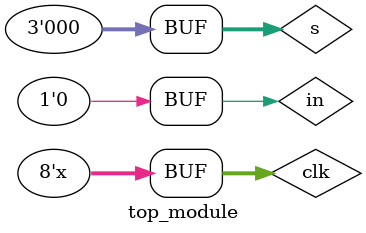
<source format=v>
module top_module();

    reg [7:0] clk;
    reg in;
    reg [2:0] s;
    reg out;

    initial begin
        clk = 0;
        in = 0;
        s = 2;
        #10 s = 6;
        #10 in = 1;
        s = 2;
        #10 in = 0;
        s = 7;
        #10 in = 1;
        s = 0;
        #30 in = 0;

    end

    always #5 clk = ~clk;

    q7 q7_inst_0(clk, in, s, out);



endmodule
</source>
